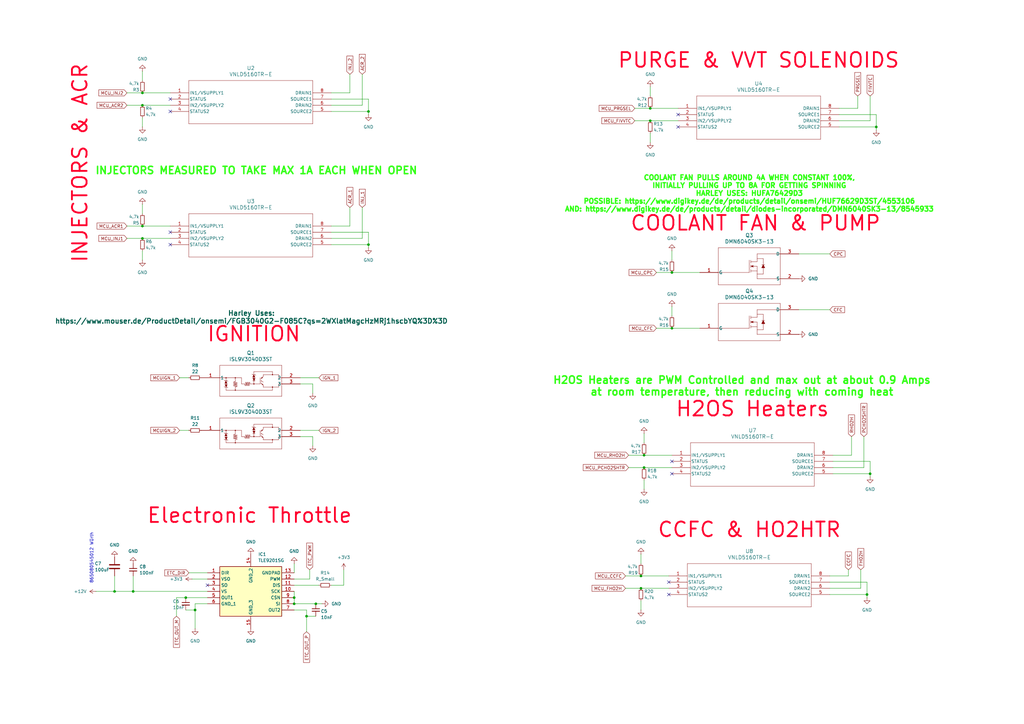
<source format=kicad_sch>
(kicad_sch (version 20231120) (generator "eeschema") (generator_version "8.0")
  (paper "A3")
  (lib_symbols
    (symbol "DMN6040SK3_13:DMN6040SK3-13" (pin_names (offset 0.254))
      (property "Reference" "Q" (at 20.32 15.24 0))
      (property "Value" "DMN6040SK3-13" (at 20.32 12.7 0))
      (symbol "DMN6040SK3-13_0_1"
        (polyline (pts (xy 7.62 -5.08) (xy 33.02 -5.08)) (stroke (width 0.127)))
        (polyline (pts (xy 7.62 0) (xy 20.32 0)) (stroke (width 0.127)))
        (polyline (pts (xy 7.62 10.16) (xy 7.62 -5.08)) (stroke (width 0.127)))
        (polyline (pts (xy 20.32 5.08) (xy 20.32 0)) (stroke (width 0.127)))
        (polyline (pts (xy 20.955 0.635) (xy 23.495 0.635)) (stroke (width 0.127)))
        (polyline (pts (xy 20.955 1.27) (xy 20.955 0)) (stroke (width 0.127)))
        (polyline (pts (xy 20.955 2.54) (xy 21.9075 2.8575)) (stroke (width 0.127)))
        (polyline (pts (xy 20.955 2.54) (xy 23.495 2.54)) (stroke (width 0.127)))
        (polyline (pts (xy 20.955 3.175) (xy 20.955 1.905)) (stroke (width 0.127)))
        (polyline (pts (xy 20.955 4.445) (xy 23.495 4.445)) (stroke (width 0.127)))
        (polyline (pts (xy 20.955 5.08) (xy 20.955 3.81)) (stroke (width 0.127)))
        (polyline (pts (xy 21.59 2.54) (xy 21.9075 2.2225)) (stroke (width 0.127)))
        (polyline (pts (xy 21.9075 2.2225) (xy 20.955 2.54)) (stroke (width 0.127)))
        (polyline (pts (xy 21.9075 2.8575) (xy 21.59 2.54)) (stroke (width 0.127)))
        (polyline (pts (xy 23.495 -0.635) (xy 26.035 -0.635)) (stroke (width 0.127)))
        (polyline (pts (xy 23.495 2.54) (xy 23.495 -2.54)) (stroke (width 0.127)))
        (polyline (pts (xy 23.495 5.715) (xy 26.035 5.715)) (stroke (width 0.127)))
        (polyline (pts (xy 23.495 7.62) (xy 23.495 4.445)) (stroke (width 0.127)))
        (polyline (pts (xy 25.4 1.905) (xy 26.035 3.175)) (stroke (width 0.127)))
        (polyline (pts (xy 25.4 1.905) (xy 26.67 1.905)) (stroke (width 0.127)))
        (polyline (pts (xy 25.4 3.175) (xy 26.67 3.175)) (stroke (width 0.127)))
        (polyline (pts (xy 26.035 3.175) (xy 26.67 1.905)) (stroke (width 0.127)))
        (polyline (pts (xy 26.035 5.715) (xy 26.035 -0.635)) (stroke (width 0.127)))
        (polyline (pts (xy 33.02 -5.08) (xy 33.02 10.16)) (stroke (width 0.127)))
        (polyline (pts (xy 33.02 -2.54) (xy 23.495 -2.54)) (stroke (width 0.127)))
        (polyline (pts (xy 33.02 7.62) (xy 23.495 7.62)) (stroke (width 0.127)))
        (polyline (pts (xy 33.02 10.16) (xy 7.62 10.16)) (stroke (width 0.127)))
        (polyline (pts (xy 26.035 3.175) (xy 25.4 1.905) (xy 26.67 1.905)) (fill (type outline)))
        (polyline (pts (xy 20.955 2.54) (xy 21.9075 2.8575) (xy 21.59 2.54) (xy 21.9075 2.2225)) (fill (type outline)))
        (pin unspecified line (at 0 0 0) (length 7.62) (name "G") (number "1"))
        (pin unspecified line (at 40.64 -2.54 180) (length 7.62) (name "S") (number "2"))
        (pin unspecified line (at 40.64 7.62 180) (length 7.62) (name "D") (number "3"))
      )
    )
    (symbol "Device:C" (pin_numbers hide) (pin_names (offset 0.254))
      (property "Reference" "C" (at 0.635 2.54 0))
      (property "Value" "C" (at 0.635 -2.54 0))
      (symbol "C_0_1"
        (polyline (pts (xy -2.032 -0.762) (xy 2.032 -0.762)) (stroke (width 0.508)))
        (polyline (pts (xy -2.032 0.762) (xy 2.032 0.762)) (stroke (width 0.508)))
      )
      (symbol "C_1_1"
        (pin passive line (at 0 3.81 270) (length 2.794) (name "~") (number "1"))
        (pin passive line (at 0 -3.81 90) (length 2.794) (name "~") (number "2"))
      )
    )
    (symbol "Device:C_Small" (pin_numbers hide) (pin_names (offset 0.254) hide)
      (property "Reference" "C" (at 0.254 1.778 0))
      (property "Value" "C_Small" (at 0.254 -2.032 0))
      (symbol "C_Small_0_1"
        (polyline (pts (xy -1.524 -0.508) (xy 1.524 -0.508)) (stroke (width 0.3302)))
        (polyline (pts (xy -1.524 0.508) (xy 1.524 0.508)) (stroke (width 0.3048)))
      )
      (symbol "C_Small_1_1"
        (pin passive line (at 0 2.54 270) (length 2.032) (name "~") (number "1"))
        (pin passive line (at 0 -2.54 90) (length 2.032) (name "~") (number "2"))
      )
    )
    (symbol "Device:R_Small" (pin_numbers hide) (pin_names (offset 0.254) hide)
      (property "Reference" "R" (at 0.762 0.508 0))
      (property "Value" "R_Small" (at 0.762 -1.016 0))
      (symbol "R_Small_0_1"
        (rectangle (start -0.762 1.778) (end 0.762 -1.778) (stroke (width 0.2032)))
      )
      (symbol "R_Small_1_1"
        (pin passive line (at 0 2.54 270) (length 0.762) (name "~") (number "1"))
        (pin passive line (at 0 -2.54 90) (length 0.762) (name "~") (number "2"))
      )
    )
    (symbol "ISL9V3040D3ST:ISL9V3040D3ST" (pin_names (offset 0.254))
      (property "Reference" "Q" (at 20.32 10.16 0))
      (property "Value" "ISL9V3040D3ST" (at 20.32 7.62 0))
      (symbol "ISL9V3040D3ST_0_1"
        (polyline (pts (xy 7.62 -7.62) (xy 33.02 -7.62)) (stroke (width 0.127)))
        (polyline (pts (xy 7.62 5.08) (xy 7.62 -7.62)) (stroke (width 0.127)))
        (polyline (pts (xy 9.652 -3.81) (xy 9.398 -3.556)) (stroke (width 0.127)))
        (polyline (pts (xy 9.652 -3.81) (xy 10.668 -3.81)) (stroke (width 0.127)))
        (polyline (pts (xy 9.652 -1.27) (xy 9.398 -1.016)) (stroke (width 0.127)))
        (polyline (pts (xy 9.652 -1.27) (xy 10.668 -1.27)) (stroke (width 0.127)))
        (polyline (pts (xy 10.16 -5.08) (xy 10.16 -3.81)) (stroke (width 0.127)))
        (polyline (pts (xy 10.16 -5.08) (xy 29.21 -5.08)) (stroke (width 0.127)))
        (polyline (pts (xy 10.16 -2.286) (xy 10.16 -2.794)) (stroke (width 0.127)))
        (polyline (pts (xy 10.16 0) (xy 10.16 -1.27)) (stroke (width 0.127)))
        (polyline (pts (xy 10.668 -3.81) (xy 10.922 -4.064)) (stroke (width 0.127)))
        (polyline (pts (xy 10.668 -1.27) (xy 10.922 -1.524)) (stroke (width 0.127)))
        (polyline (pts (xy 13.208 -3.302) (xy 14.732 -3.556)) (stroke (width 0.127)))
        (polyline (pts (xy 13.208 -2.794) (xy 14.732 -3.048)) (stroke (width 0.127)))
        (polyline (pts (xy 13.208 -2.286) (xy 14.732 -2.54)) (stroke (width 0.127)))
        (polyline (pts (xy 13.208 -1.778) (xy 14.732 -2.032)) (stroke (width 0.127)))
        (polyline (pts (xy 13.97 -3.81) (xy 13.97 -5.08)) (stroke (width 0.127)))
        (polyline (pts (xy 13.97 -1.524) (xy 13.208 -1.778)) (stroke (width 0.127)))
        (polyline (pts (xy 13.97 0) (xy 13.97 -1.524)) (stroke (width 0.127)))
        (polyline (pts (xy 14.732 -3.556) (xy 13.97 -3.81)) (stroke (width 0.127)))
        (polyline (pts (xy 14.732 -3.048) (xy 13.208 -3.302)) (stroke (width 0.127)))
        (polyline (pts (xy 14.732 -2.54) (xy 13.208 -2.794)) (stroke (width 0.127)))
        (polyline (pts (xy 14.732 -2.032) (xy 13.208 -2.286)) (stroke (width 0.127)))
        (polyline (pts (xy 16.51 -2.54) (xy 16.51 0)) (stroke (width 0.127)))
        (polyline (pts (xy 16.51 0) (xy 7.62 0)) (stroke (width 0.127)))
        (polyline (pts (xy 17.78 -2.54) (xy 16.51 -2.54)) (stroke (width 0.127)))
        (polyline (pts (xy 17.78 -2.54) (xy 18.034 -3.302)) (stroke (width 0.127)))
        (polyline (pts (xy 18.034 -3.302) (xy 18.288 -1.778)) (stroke (width 0.127)))
        (polyline (pts (xy 18.288 -1.778) (xy 18.542 -3.302)) (stroke (width 0.127)))
        (polyline (pts (xy 18.542 -3.302) (xy 18.796 -1.778)) (stroke (width 0.127)))
        (polyline (pts (xy 18.796 -1.778) (xy 19.05 -3.302)) (stroke (width 0.127)))
        (polyline (pts (xy 19.05 -3.302) (xy 19.304 -1.778)) (stroke (width 0.127)))
        (polyline (pts (xy 19.304 -1.778) (xy 19.558 -3.302)) (stroke (width 0.127)))
        (polyline (pts (xy 19.558 -3.302) (xy 19.812 -1.778)) (stroke (width 0.127)))
        (polyline (pts (xy 19.812 -1.778) (xy 20.066 -2.54)) (stroke (width 0.127)))
        (polyline (pts (xy 21.082 -1.27) (xy 22.098 -1.27)) (stroke (width 0.127)))
        (polyline (pts (xy 21.082 1.27) (xy 20.828 1.524)) (stroke (width 0.127)))
        (polyline (pts (xy 21.082 1.27) (xy 22.098 1.27)) (stroke (width 0.127)))
        (polyline (pts (xy 21.59 -2.54) (xy 21.59 -1.27)) (stroke (width 0.127)))
        (polyline (pts (xy 21.59 0.254) (xy 21.59 -0.254)) (stroke (width 0.127)))
        (polyline (pts (xy 21.59 2.54) (xy 21.59 1.27)) (stroke (width 0.127)))
        (polyline (pts (xy 22.098 1.27) (xy 22.352 1.016)) (stroke (width 0.127)))
        (polyline (pts (xy 24.13 -2.54) (xy 20.066 -2.54)) (stroke (width 0.127)))
        (polyline (pts (xy 24.13 0) (xy 24.13 -2.54)) (stroke (width 0.127)))
        (polyline (pts (xy 24.638 -2.286) (xy 25.146 -2.794)) (stroke (width 0.127)))
        (polyline (pts (xy 24.638 -2.032) (xy 24.638 -2.54)) (stroke (width 0.127)))
        (polyline (pts (xy 24.638 -1.27) (xy 25.4 -1.778)) (stroke (width 0.127)))
        (polyline (pts (xy 24.638 -1.016) (xy 24.638 -1.524)) (stroke (width 0.127)))
        (polyline (pts (xy 24.638 -0.508) (xy 24.638 0)) (stroke (width 0.127)))
        (polyline (pts (xy 24.892 0) (xy 25.4 0.508)) (stroke (width 0.127)))
        (polyline (pts (xy 25.4 -3.81) (xy 31.75 -3.81)) (stroke (width 0.127)))
        (polyline (pts (xy 25.4 -3.048) (xy 25.4 -3.81)) (stroke (width 0.127)))
        (polyline (pts (xy 25.4 1.27) (xy 25.4 0.508)) (stroke (width 0.127)))
        (polyline (pts (xy 29.21 -5.08) (xy 29.21 -3.81)) (stroke (width 0.127)))
        (polyline (pts (xy 29.21 1.27) (xy 29.21 2.54)) (stroke (width 0.127)))
        (polyline (pts (xy 29.21 2.54) (xy 21.59 2.54)) (stroke (width 0.127)))
        (polyline (pts (xy 31.75 -3.81) (xy 31.75 -2.54)) (stroke (width 0.127)))
        (polyline (pts (xy 31.75 -2.54) (xy 33.02 -2.54)) (stroke (width 0.127)))
        (polyline (pts (xy 31.75 0) (xy 31.75 1.27)) (stroke (width 0.127)))
        (polyline (pts (xy 31.75 1.27) (xy 25.4 1.27)) (stroke (width 0.127)))
        (polyline (pts (xy 33.02 -7.62) (xy 33.02 5.08)) (stroke (width 0.127)))
        (polyline (pts (xy 33.02 0) (xy 31.75 0)) (stroke (width 0.127)))
        (polyline (pts (xy 33.02 5.08) (xy 7.62 5.08)) (stroke (width 0.127)))
        (polyline (pts (xy 10.16 -3.81) (xy 10.668 -2.794) (xy 9.652 -2.794)) (fill (type outline)))
        (polyline (pts (xy 10.16 -1.27) (xy 9.652 -2.286) (xy 10.668 -2.286)) (fill (type outline)))
        (polyline (pts (xy 21.59 -1.27) (xy 22.098 -0.254) (xy 21.082 -0.254)) (fill (type outline)))
        (polyline (pts (xy 21.59 1.27) (xy 21.082 0.254) (xy 22.098 0.254)) (fill (type outline)))
        (polyline (pts (xy 24.638 -0.254) (xy 25.146 0) (xy 24.892 0.254)) (fill (type outline)))
        (polyline (pts (xy 25.4 -3.048) (xy 25.146 -2.54) (xy 24.892 -2.794)) (fill (type outline)))
        (circle (center 10.16 0) (radius 0.127) (stroke (width 0.254)))
        (circle (center 13.97 -5.08) (radius 0.127) (stroke (width 0.254)))
        (circle (center 13.97 0) (radius 0.127) (stroke (width 0.254)))
        (circle (center 21.59 -2.54) (radius 0.127) (stroke (width 0.254)))
        (circle (center 29.21 -3.81) (radius 0.127) (stroke (width 0.254)))
        (circle (center 29.21 1.27) (radius 0.127) (stroke (width 0.254)))
        (pin unspecified line (at 0 0 0) (length 7.62) (name "1") (number "1"))
        (pin unspecified line (at 40.64 0 180) (length 7.62) (name "2") (number "2"))
        (pin unspecified line (at 40.64 -2.54 180) (length 7.62) (name "3") (number "3"))
      )
    )
    (symbol "TLE9201SG:TLE9201SG"
      (property "Reference" "IC" (at 26.67 17.78 0))
      (property "Value" "TLE9201SG" (at 26.67 15.24 0))
      (symbol "TLE9201SG_1_1"
        (rectangle (start 5.08 12.7) (end 25.4 -12.7) (stroke (width 0.254)) (fill (type background)))
        (pin passive line (at 7.62 -17.78 90) (length 5.08) (name "DIR") (number "1"))
        (pin passive line (at 15.24 17.78 270) (length 5.08) (name "SCK") (number "10"))
        (pin passive line (at 12.7 17.78 270) (length 5.08) (name "DIS") (number "11"))
        (pin passive line (at 10.16 17.78 270) (length 5.08) (name "PWM") (number "12"))
        (pin passive line (at 7.62 17.78 270) (length 5.08) (name "GNDPAD") (number "13"))
        (pin passive line (at 0 0 0) (length 5.08) (name "GND_2") (number "14"))
        (pin passive line (at 30.48 0 180) (length 5.08) (name "GND_3") (number "15"))
        (pin passive line (at 10.16 -17.78 90) (length 5.08) (name "VSO") (number "2"))
        (pin passive line (at 12.7 -17.78 90) (length 5.08) (name "SO") (number "3"))
        (pin passive line (at 15.24 -17.78 90) (length 5.08) (name "VS") (number "4"))
        (pin passive line (at 17.78 -17.78 90) (length 5.08) (name "OUT1") (number "5"))
        (pin passive line (at 20.32 -17.78 90) (length 5.08) (name "GND_1") (number "6"))
        (pin passive line (at 22.86 17.78 270) (length 5.08) (name "OUT2") (number "7"))
        (pin passive line (at 20.32 17.78 270) (length 5.08) (name "SI") (number "8"))
        (pin passive line (at 17.78 17.78 270) (length 5.08) (name "CSN") (number "9"))
      )
    )
    (symbol "VNLD5160TR-E:VNLD5160TR-E" (pin_names (offset 0.254))
      (property "Reference" "U" (at 33.02 10.16 0))
      (property "Value" "VNLD5160TR-E" (at 33.02 7.62 0))
      (symbol "VNLD5160TR-E_0_1"
        (polyline (pts (xy 7.62 -12.7) (xy 58.42 -12.7)) (stroke (width 0.127)))
        (polyline (pts (xy 7.62 5.08) (xy 7.62 -12.7)) (stroke (width 0.127)))
        (polyline (pts (xy 58.42 -12.7) (xy 58.42 5.08)) (stroke (width 0.127)))
        (polyline (pts (xy 58.42 5.08) (xy 7.62 5.08)) (stroke (width 0.127)))
        (pin input line (at 0 0 0) (length 7.62) (name "IN1/VSUPPLY1") (number "1"))
        (pin unspecified line (at 0 -2.54 0) (length 7.62) (name "STATUS") (number "2"))
        (pin input line (at 0 -5.08 0) (length 7.62) (name "IN2/VSUPPLY2") (number "3"))
        (pin unspecified line (at 0 -7.62 0) (length 7.62) (name "STATUS2") (number "4"))
        (pin bidirectional line (at 66.04 -7.62 180) (length 7.62) (name "SOURCE2") (number "5"))
        (pin input line (at 66.04 -5.08 180) (length 7.62) (name "DRAIN2") (number "6"))
        (pin bidirectional line (at 66.04 -2.54 180) (length 7.62) (name "SOURCE1") (number "7"))
        (pin input line (at 66.04 0 180) (length 7.62) (name "DRAIN1") (number "8"))
      )
    )
    (symbol "power:+12V" (power) (pin_numbers hide) (pin_names (offset 0) hide)
      (property "Value" "+12V" (at 0 3.556 0))
      (symbol "+12V_0_1"
        (polyline (pts (xy -0.762 1.27) (xy 0 2.54)))
        (polyline (pts (xy 0 0) (xy 0 2.54)))
        (polyline (pts (xy 0 2.54) (xy 0.762 1.27)))
      )
      (symbol "+12V_1_1"
        (pin power_in line (at 0 0 90) (length 0) (name "~") (number "1"))
      )
    )
    (symbol "power:+3V3" (power) (pin_numbers hide) (pin_names (offset 0) hide)
      (property "Value" "+3V3" (at 0 3.556 0))
      (symbol "+3V3_0_1"
        (polyline (pts (xy -0.762 1.27) (xy 0 2.54)))
        (polyline (pts (xy 0 0) (xy 0 2.54)))
        (polyline (pts (xy 0 2.54) (xy 0.762 1.27)))
      )
      (symbol "+3V3_1_1"
        (pin power_in line (at 0 0 90) (length 0) (name "~") (number "1"))
      )
    )
    (symbol "power:GND" (power) (pin_numbers hide) (pin_names (offset 0) hide)
      (property "Value" "GND" (at 0 -3.81 0))
      (symbol "GND_0_1"
        (polyline (pts (xy 0 0) (xy 0 -1.27) (xy 1.27 -1.27) (xy 0 -2.54) (xy -1.27 -1.27) (xy 0 -1.27)))
      )
      (symbol "GND_1_1"
        (pin power_in line (at 0 0 270) (length 0) (name "~") (number "1"))
      )
    )
  )
  (junction (at 54.61 242.57))
  (junction (at 46.99 242.57))
  (junction (at 266.7 49.53))
  (junction (at 80.01 250.19))
  (junction (at 264.16 186.69))
  (junction (at 125.73 252.73))
  (junction (at 355.6 243.84))
  (junction (at 275.59 111.76))
  (junction (at 262.89 241.3))
  (junction (at 120.65 245.11))
  (junction (at 266.7 44.45))
  (junction (at 58.42 38.1))
  (junction (at 264.16 191.77))
  (junction (at 76.2 245.11))
  (junction (at 120.65 247.65))
  (junction (at 262.89 236.22))
  (junction (at 356.87 194.31))
  (junction (at 58.42 92.71))
  (junction (at 151.13 100.33))
  (junction (at 151.13 45.72))
  (junction (at 275.59 134.62))
  (junction (at 129.54 247.65))
  (junction (at 359.41 52.07))
  (junction (at 58.42 97.79))
  (junction (at 58.42 43.18))
  (no_connect (at 278.13 46.99))
  (no_connect (at 69.85 40.64))
  (no_connect (at 274.32 243.84))
  (no_connect (at 69.85 100.33))
  (no_connect (at 274.32 238.76))
  (no_connect (at 85.09 240.03))
  (no_connect (at 275.59 194.31))
  (no_connect (at 69.85 45.72))
  (no_connect (at 275.59 189.23))
  (no_connect (at 278.13 52.07))
  (no_connect (at 69.85 95.25))
  (wire (pts (xy 340.36 236.22) (xy 347.98 236.22)))
  (wire (pts (xy 327.66 127) (xy 340.36 127)))
  (wire (pts (xy 260.35 49.53) (xy 266.7 49.53)))
  (wire (pts (xy 264.16 196.85) (xy 264.16 200.66)))
  (wire (pts (xy 341.63 191.77) (xy 354.33 191.77)))
  (wire (pts (xy 260.35 44.45) (xy 266.7 44.45)))
  (wire (pts (xy 135.89 43.18) (xy 148.59 43.18)))
  (wire (pts (xy 128.27 157.48) (xy 128.27 161.29)))
  (wire (pts (xy 341.63 194.31) (xy 356.87 194.31)))
  (wire (pts (xy 275.59 129.54) (xy 275.59 125.73)))
  (wire (pts (xy 80.01 250.19) (xy 80.01 257.81)))
  (wire (pts (xy 266.7 54.61) (xy 266.7 58.42)))
  (wire (pts (xy 52.07 43.18) (xy 58.42 43.18)))
  (wire (pts (xy 275.59 111.76) (xy 287.02 111.76)))
  (wire (pts (xy 275.59 134.62) (xy 287.02 134.62)))
  (wire (pts (xy 85.09 247.65) (xy 80.01 247.65)))
  (wire (pts (xy 266.7 44.45) (xy 278.13 44.45)))
  (wire (pts (xy 148.59 85.09) (xy 148.59 97.79)))
  (wire (pts (xy 354.33 179.07) (xy 354.33 191.77)))
  (wire (pts (xy 46.99 242.57) (xy 54.61 242.57)))
  (wire (pts (xy 135.89 38.1) (xy 143.51 38.1)))
  (wire (pts (xy 125.73 252.73) (xy 129.54 252.73)))
  (wire (pts (xy 135.89 97.79) (xy 148.59 97.79)))
  (wire (pts (xy 58.42 102.87) (xy 58.42 106.68)))
  (wire (pts (xy 262.89 246.38) (xy 262.89 250.19)))
  (wire (pts (xy 120.65 245.11) (xy 120.65 247.65)))
  (wire (pts (xy 58.42 38.1) (xy 69.85 38.1)))
  (wire (pts (xy 148.59 30.48) (xy 148.59 43.18)))
  (wire (pts (xy 135.89 240.03) (xy 140.97 240.03)))
  (wire (pts (xy 58.42 92.71) (xy 69.85 92.71)))
  (wire (pts (xy 80.01 247.65) (xy 80.01 250.19)))
  (wire (pts (xy 359.41 52.07) (xy 359.41 53.34)))
  (wire (pts (xy 344.17 49.53) (xy 356.87 49.53)))
  (wire (pts (xy 76.2 245.11) (xy 85.09 245.11)))
  (wire (pts (xy 135.89 100.33) (xy 151.13 100.33)))
  (wire (pts (xy 351.79 39.37) (xy 351.79 44.45)))
  (wire (pts (xy 264.16 181.61) (xy 264.16 177.8)))
  (wire (pts (xy 257.81 191.77) (xy 264.16 191.77)))
  (wire (pts (xy 120.65 242.57) (xy 120.65 245.11)))
  (wire (pts (xy 127 233.68) (xy 127 237.49)))
  (wire (pts (xy 58.42 87.63) (xy 58.42 83.82)))
  (wire (pts (xy 73.66 176.53) (xy 77.47 176.53)))
  (wire (pts (xy 54.61 236.22) (xy 54.61 242.57)))
  (wire (pts (xy 46.99 236.22) (xy 46.99 242.57)))
  (wire (pts (xy 347.98 233.68) (xy 347.98 236.22)))
  (wire (pts (xy 72.39 245.11) (xy 76.2 245.11)))
  (wire (pts (xy 340.36 241.3) (xy 353.06 241.3)))
  (wire (pts (xy 264.16 191.77) (xy 275.59 191.77)))
  (wire (pts (xy 123.19 176.53) (xy 130.81 176.53)))
  (wire (pts (xy 120.65 250.19) (xy 125.73 250.19)))
  (wire (pts (xy 349.25 179.07) (xy 349.25 186.69)))
  (wire (pts (xy 262.89 236.22) (xy 274.32 236.22)))
  (wire (pts (xy 151.13 45.72) (xy 151.13 46.99)))
  (wire (pts (xy 344.17 52.07) (xy 359.41 52.07)))
  (wire (pts (xy 355.6 238.76) (xy 355.6 243.84)))
  (wire (pts (xy 344.17 46.99) (xy 359.41 46.99)))
  (wire (pts (xy 123.19 154.94) (xy 130.81 154.94)))
  (wire (pts (xy 52.07 38.1) (xy 58.42 38.1)))
  (wire (pts (xy 129.54 247.65) (xy 132.08 247.65)))
  (wire (pts (xy 58.42 33.02) (xy 58.42 29.21)))
  (wire (pts (xy 52.07 92.71) (xy 58.42 92.71)))
  (wire (pts (xy 85.09 234.95) (xy 77.47 234.95)))
  (wire (pts (xy 73.66 154.94) (xy 77.47 154.94)))
  (wire (pts (xy 269.24 134.62) (xy 275.59 134.62)))
  (wire (pts (xy 54.61 242.57) (xy 85.09 242.57)))
  (wire (pts (xy 341.63 189.23) (xy 356.87 189.23)))
  (wire (pts (xy 266.7 49.53) (xy 278.13 49.53)))
  (wire (pts (xy 135.89 92.71) (xy 143.51 92.71)))
  (wire (pts (xy 52.07 97.79) (xy 58.42 97.79)))
  (wire (pts (xy 123.19 179.07) (xy 128.27 179.07)))
  (wire (pts (xy 127 237.49) (xy 120.65 237.49)))
  (wire (pts (xy 266.7 39.37) (xy 266.7 35.56)))
  (wire (pts (xy 143.51 85.09) (xy 143.51 92.71)))
  (wire (pts (xy 58.42 97.79) (xy 69.85 97.79)))
  (wire (pts (xy 359.41 46.99) (xy 359.41 52.07)))
  (wire (pts (xy 78.74 237.49) (xy 85.09 237.49)))
  (wire (pts (xy 39.37 242.57) (xy 46.99 242.57)))
  (wire (pts (xy 344.17 44.45) (xy 351.79 44.45)))
  (wire (pts (xy 356.87 189.23) (xy 356.87 194.31)))
  (wire (pts (xy 76.2 250.19) (xy 80.01 250.19)))
  (wire (pts (xy 123.19 157.48) (xy 128.27 157.48)))
  (wire (pts (xy 151.13 40.64) (xy 151.13 45.72)))
  (wire (pts (xy 120.65 240.03) (xy 130.81 240.03)))
  (wire (pts (xy 356.87 194.31) (xy 356.87 195.58)))
  (wire (pts (xy 120.65 247.65) (xy 129.54 247.65)))
  (wire (pts (xy 275.59 106.68) (xy 275.59 102.87)))
  (wire (pts (xy 256.54 236.22) (xy 262.89 236.22)))
  (wire (pts (xy 264.16 186.69) (xy 275.59 186.69)))
  (wire (pts (xy 135.89 45.72) (xy 151.13 45.72)))
  (wire (pts (xy 125.73 259.08) (xy 125.73 252.73)))
  (wire (pts (xy 355.6 243.84) (xy 355.6 245.11)))
  (wire (pts (xy 353.06 233.68) (xy 353.06 241.3)))
  (wire (pts (xy 269.24 111.76) (xy 275.59 111.76)))
  (wire (pts (xy 125.73 252.73) (xy 125.73 250.19)))
  (wire (pts (xy 72.39 252.73) (xy 72.39 245.11)))
  (wire (pts (xy 135.89 95.25) (xy 151.13 95.25)))
  (wire (pts (xy 135.89 40.64) (xy 151.13 40.64)))
  (wire (pts (xy 340.36 243.84) (xy 355.6 243.84)))
  (wire (pts (xy 151.13 95.25) (xy 151.13 100.33)))
  (wire (pts (xy 120.65 231.14) (xy 120.65 234.95)))
  (wire (pts (xy 327.66 104.14) (xy 340.36 104.14)))
  (wire (pts (xy 262.89 241.3) (xy 274.32 241.3)))
  (wire (pts (xy 340.36 238.76) (xy 355.6 238.76)))
  (wire (pts (xy 143.51 30.48) (xy 143.51 38.1)))
  (wire (pts (xy 140.97 233.68) (xy 140.97 240.03)))
  (wire (pts (xy 256.54 241.3) (xy 262.89 241.3)))
  (wire (pts (xy 58.42 43.18) (xy 69.85 43.18)))
  (wire (pts (xy 356.87 39.37) (xy 356.87 49.53)))
  (wire (pts (xy 257.81 186.69) (xy 264.16 186.69)))
  (wire (pts (xy 151.13 100.33) (xy 151.13 101.6)))
  (wire (pts (xy 262.89 231.14) (xy 262.89 227.33)))
  (wire (pts (xy 341.63 186.69) (xy 349.25 186.69)))
  (wire (pts (xy 128.27 179.07) (xy 128.27 182.88)))
  (wire (pts (xy 58.42 48.26) (xy 58.42 52.07)))
  (text "COOLANT FAN PULLS AROUND 4A WHEN CONSTANT 100%,\nINITIALLY PULLING UP TO 8A FOR GETTING SPINNING\nHARLEY USES: HUFA76429D3\nPOSSIBLE: https://www.digikey.de/de/products/detail/onsemi/HUF76629D3ST/4553106\nAND: https://www.digikey.de/de/products/detail/diodes-incorporated/DMN6040SK3-13/8545933" (at 307.34 79.502 0) (effects (font (size 2 2) (thickness 0.6) (bold yes))))
  (text "PURGE & VVT SOLENOIDS" (at 311.15 24.892 0) (effects (font (size 6 6) (thickness 0.75))))
  (text "INJECTORS & ACR" (at 32.766 67.056 90) (effects (font (size 6 6) (thickness 0.75))))
  (text "INJECTORS MEASURED TO TAKE MAX 1A EACH WHEN OPEN" (at 105.156 70.104 0) (effects (font (size 3 3) (thickness 0.6) (bold yes))))
  (text "H2OS Heaters are PWM Controlled and max out at about 0.9 Amps\nat room temperature, then reducing with coming heat" (at 304.292 158.496 0) (effects (font (size 3 3) (thickness 0.6) (bold yes))))
  (text "Harley Uses:\nhttps://www.mouser.de/ProductDetail/onsemi/FGB3040G2-F085C?qs=2WXlatMagcHzMRj1hscbYQ%3D%3D" (at 103.124 130.302 0) (effects (font (size 2 2) (thickness 0.4) (bold yes))))
  (text "865080545012 Würth" (at 37.592 228.854 90) (effects (font (size 1.27 1.27))))
  (text "COOLANT FAN & PUMP" (at 309.88 91.694 0) (effects (font (size 6 6) (thickness 0.75))))
  (text "IGNITION" (at 104.14 137.16 0) (effects (font (size 6 6) (thickness 0.75))))
  (text "Electronic Throttle" (at 102.362 211.582 0) (effects (font (size 6 6) (thickness 0.75))))
  (text "CCFC & HO2HTR" (at 307.34 217.424 0) (effects (font (size 6 6) (thickness 0.75))))
  (text "H2OS Heaters" (at 308.61 167.894 0) (effects (font (size 6 6) (thickness 0.75))))
  (global_label "MCU_CFC" (shape input) (at 269.24 134.62 180) (property "Intersheetrefs" "${INTERSHEET_REFS}" (effects (hide yes))))
  (global_label "MCU_RHO2H" (shape input) (at 257.81 186.69 180) (property "Intersheetrefs" "${INTERSHEET_REFS}" (effects (hide yes))))
  (global_label "MCU_ACR2" (shape input) (at 52.07 43.18 180) (property "Intersheetrefs" "${INTERSHEET_REFS}" (effects (hide yes))))
  (global_label "ACR_2" (shape input) (at 148.59 30.48 90) (property "Intersheetrefs" "${INTERSHEET_REFS}" (effects (hide yes))))
  (global_label "MCU_FHO2H" (shape input) (at 256.54 241.3 180) (property "Intersheetrefs" "${INTERSHEET_REFS}" (effects (hide yes))))
  (global_label "MCU_INJ2" (shape input) (at 52.07 38.1 180) (property "Intersheetrefs" "${INTERSHEET_REFS}" (effects (hide yes))))
  (global_label "PRGSEL" (shape input) (at 351.79 39.37 90) (property "Intersheetrefs" "${INTERSHEET_REFS}" (effects (hide yes))))
  (global_label "ETC_DIR" (shape input) (at 77.47 234.95 180) (property "Intersheetrefs" "${INTERSHEET_REFS}" (effects (hide yes))))
  (global_label "MCUIGN_1" (shape input) (at 73.66 154.94 180) (property "Intersheetrefs" "${INTERSHEET_REFS}" (effects (hide yes))))
  (global_label "MCU_FIVVTC" (shape input) (at 260.35 49.53 180) (property "Intersheetrefs" "${INTERSHEET_REFS}" (effects (hide yes))))
  (global_label "ETC_PWM" (shape input) (at 127 233.68 90) (property "Intersheetrefs" "${INTERSHEET_REFS}" (effects (hide yes))))
  (global_label "MCU_CPC" (shape input) (at 269.24 111.76 180) (property "Intersheetrefs" "${INTERSHEET_REFS}" (effects (hide yes))))
  (global_label "FHO2H" (shape input) (at 353.06 233.68 90) (property "Intersheetrefs" "${INTERSHEET_REFS}" (effects (hide yes))))
  (global_label "RHO2H" (shape input) (at 349.25 179.07 90) (property "Intersheetrefs" "${INTERSHEET_REFS}" (effects (hide yes))))
  (global_label "PCHO2SHTR" (shape input) (at 354.33 179.07 90) (property "Intersheetrefs" "${INTERSHEET_REFS}" (effects (hide yes))))
  (global_label "INJ_2" (shape input) (at 143.51 30.48 90) (property "Intersheetrefs" "${INTERSHEET_REFS}" (effects (hide yes))))
  (global_label "IGN_2" (shape input) (at 130.81 176.53 0) (property "Intersheetrefs" "${INTERSHEET_REFS}" (effects (hide yes))))
  (global_label "MCU_PCHO2SHTR" (shape input) (at 257.81 191.77 180) (property "Intersheetrefs" "${INTERSHEET_REFS}" (effects (hide yes))))
  (global_label "FIVVTC" (shape input) (at 356.87 39.37 90) (property "Intersheetrefs" "${INTERSHEET_REFS}" (effects (hide yes))))
  (global_label "MCU_CCFC" (shape input) (at 256.54 236.22 180) (property "Intersheetrefs" "${INTERSHEET_REFS}" (effects (hide yes))))
  (global_label "ACR_1" (shape input) (at 143.51 85.09 90) (property "Intersheetrefs" "${INTERSHEET_REFS}" (effects (hide yes))))
  (global_label "MCUIGN_2" (shape input) (at 73.66 176.53 180) (property "Intersheetrefs" "${INTERSHEET_REFS}" (effects (hide yes))))
  (global_label "MCU_ACR1" (shape input) (at 52.07 92.71 180) (property "Intersheetrefs" "${INTERSHEET_REFS}" (effects (hide yes))))
  (global_label "ETC_OUT_M" (shape input) (at 72.39 252.73 270) (property "Intersheetrefs" "${INTERSHEET_REFS}" (effects (hide yes))))
  (global_label "IGN_1" (shape input) (at 130.81 154.94 0) (property "Intersheetrefs" "${INTERSHEET_REFS}" (effects (hide yes))))
  (global_label "CCFC" (shape input) (at 347.98 233.68 90) (property "Intersheetrefs" "${INTERSHEET_REFS}" (effects (hide yes))))
  (global_label "MCU_PRGSEL" (shape input) (at 260.35 44.45 180) (property "Intersheetrefs" "${INTERSHEET_REFS}" (effects (hide yes))))
  (global_label "INJ_1" (shape input) (at 148.59 85.09 90) (property "Intersheetrefs" "${INTERSHEET_REFS}" (effects (hide yes))))
  (global_label "ETC_OUT_P" (shape input) (at 125.73 259.08 270) (property "Intersheetrefs" "${INTERSHEET_REFS}" (effects (hide yes))))
  (global_label "CPC" (shape input) (at 340.36 104.14 0) (property "Intersheetrefs" "${INTERSHEET_REFS}" (effects (hide yes))))
  (global_label "MCU_INJ1" (shape input) (at 52.07 97.79 180) (property "Intersheetrefs" "${INTERSHEET_REFS}" (effects (hide yes))))
  (global_label "CFC" (shape input) (at 340.36 127 0) (property "Intersheetrefs" "${INTERSHEET_REFS}" (effects (hide yes))))
  (symbol (lib_id "power:GND") (at 262.89 227.33 180) (unit 1)
    (property "Reference" "#PWR068" (effects (hide yes)))
    (property "Value" "GND" (at 262.89 222.25 0))
    (property "Description" "Power symbol creates a global label with name \"GND\" , ground" (effects (hide yes)))
  )
  (symbol (lib_id "Device:C") (at 46.99 232.41 0) (unit 1)
    (property "Reference" "C7" (at 38.862 231.14 0) (effects (justify left)))
    (property "Value" "100uF" (at 38.862 233.68 0) (effects (justify left)))
    (property "Footprint" "Capacitor_SMD:C_Elec_6.3x5.8" (effects (hide yes)))
    (property "Description" "Unpolarized capacitor" (effects (hide yes)))
  )
  (symbol (lib_id "Device:R_Small") (at 80.01 176.53 90) (unit 1)
    (property "Reference" "R11" (at 80.01 171.45 90))
    (property "Value" "22" (at 80.01 173.99 90))
    (property "Footprint" "Resistor_SMD:R_0603_1608Metric" (effects (hide yes)))
    (property "Description" "Resistor, small symbol" (effects (hide yes)))
  )
  (symbol (lib_id "power:GND") (at 151.13 46.99 0) (unit 1)
    (property "Reference" "#PWR028" (effects (hide yes)))
    (property "Value" "GND" (at 151.13 52.07 0))
    (property "Description" "Power symbol creates a global label with name \"GND\" , ground" (effects (hide yes)))
  )
  (symbol (lib_id "power:+3V3") (at 78.74 237.49 90) (unit 1)
    (property "Reference" "#PWR054" (effects (hide yes)))
    (property "Value" "+3V3" (at 74.93 237.4899 90) (effects (justify left)))
    (property "Description" "Power symbol creates a global label with name \"+3V3\"" (effects (hide yes)))
  )
  (symbol (lib_id "VNLD5160TR-E:VNLD5160TR-E") (at 274.32 236.22 0) (unit 1)
    (property "Reference" "U8" (at 307.34 226.06 0) (effects (font (size 1.524 1.524))))
    (property "Value" "VNLD5160TR-E" (at 307.34 228.6 0) (effects (font (size 1.524 1.524))))
    (property "Footprint" "VNLD5160TR-E:SO_160TR-E_STM" (effects (hide yes)))
    (property "Datasheet" "VNLD5160TR-E" (effects (hide yes)))
  )
  (symbol (lib_id "power:GND") (at 264.16 177.8 180) (unit 1)
    (property "Reference" "#PWR047" (effects (hide yes)))
    (property "Value" "GND" (at 264.16 172.72 0))
    (property "Description" "Power symbol creates a global label with name \"GND\" , ground" (effects (hide yes)))
  )
  (symbol (lib_id "power:+3V3") (at 140.97 233.68 0) (unit 1)
    (property "Reference" "#PWR056" (effects (hide yes)))
    (property "Value" "+3V3" (at 140.97 228.6 0))
    (property "Description" "Power symbol creates a global label with name \"+3V3\"" (effects (hide yes)))
  )
  (symbol (lib_id "power:GND") (at 151.13 101.6 0) (unit 1)
    (property "Reference" "#PWR029" (effects (hide yes)))
    (property "Value" "GND" (at 151.13 106.68 0))
    (property "Description" "Power symbol creates a global label with name \"GND\" , ground" (effects (hide yes)))
  )
  (symbol (lib_id "power:GND") (at 58.42 29.21 180) (unit 1)
    (property "Reference" "#PWR026" (effects (hide yes)))
    (property "Value" "GND" (at 58.42 24.13 0))
    (property "Description" "Power symbol creates a global label with name \"GND\" , ground" (effects (hide yes)))
  )
  (symbol (lib_id "TLE9201SG:TLE9201SG") (at 102.87 227.33 270) (unit 1)
    (property "Reference" "IC1" (at 105.8865 227.33 90) (effects (justify left)))
    (property "Value" "TLE9201SG" (at 105.8865 229.87 90) (effects (justify left)))
    (property "Footprint" "TLE9201SG:TLE9201SG" (effects (hide yes)))
    (property "Datasheet" "https://www.infineon.com/cms/en/product/packages/PG-DSO/PG-DSO-12-17/" (effects (hide yes)))
    (property "Description" "Infineon TLE9201SG, BLDC Motor Driver IC, 28 V 6A 12-Pin, DSO-12-17" (effects (hide yes)))
    (property "Height" "2.65" (effects (hide yes)))
    (property "Mouser Part Number" "726-TLE9201SG" (effects (hide yes)))
    (property "Mouser Price/Stock" "https://www.mouser.co.uk/ProductDetail/Infineon-Technologies/TLE9201SG?qs=vPP9GyyTAo0adzx32c44wA%3D%3D" (effects (hide yes)))
    (property "Manufacturer_Name" "Infineon" (effects (hide yes)))
    (property "Manufacturer_Part_Number" "TLE9201SG" (effects (hide yes)))
  )
  (symbol (lib_id "power:GND") (at 132.08 247.65 90) (unit 1)
    (property "Reference" "#PWR055" (effects (hide yes)))
    (property "Value" "GND" (at 135.89 247.6499 90) (effects (justify right)))
    (property "Description" "Power symbol creates a global label with name \"GND\" , ground" (effects (hide yes)))
  )
  (symbol (lib_id "power:GND") (at 120.65 231.14 180) (unit 1)
    (property "Reference" "#PWR073" (effects (hide yes)))
    (property "Value" "GND" (at 120.65 226.06 0))
    (property "Description" "Power symbol creates a global label with name \"GND\" , ground" (effects (hide yes)))
  )
  (symbol (lib_id "Device:R_Small") (at 262.89 243.84 0) (unit 1)
    (property "Reference" "R20" (at 264.16 242.57 0) (effects (justify left)))
    (property "Value" "4.7k" (at 264.16 245.11 0) (effects (justify left)))
    (property "Footprint" "Resistor_SMD:R_0402_1005Metric" (effects (hide yes)))
    (property "Description" "Resistor, small symbol" (effects (hide yes)))
  )
  (symbol (lib_id "DMN6040SK3_13:DMN6040SK3-13") (at 287.02 134.62 0) (unit 1)
    (property "Reference" "Q4" (at 307.34 119.38 0) (effects (font (size 1.524 1.524))))
    (property "Value" "DMN6040SK3-13" (at 307.34 121.92 0) (effects (font (size 1.524 1.524))))
    (property "Footprint" "DMN6040SK3_13:D-PAK_DMN6040SK3-13_DIO" (effects (hide yes)))
    (property "Datasheet" "DMN6040SK3-13" (effects (hide yes)))
  )
  (symbol (lib_id "Device:R_Small") (at 58.42 90.17 180) (unit 1)
    (property "Reference" "R5" (at 57.15 91.44 0) (effects (justify left)))
    (property "Value" "4.7k" (at 57.15 88.9 0) (effects (justify left)))
    (property "Footprint" "Resistor_SMD:R_0402_1005Metric" (effects (hide yes)))
    (property "Description" "Resistor, small symbol" (effects (hide yes)))
  )
  (symbol (lib_id "Device:R_Small") (at 58.42 45.72 0) (unit 1)
    (property "Reference" "R4" (at 59.69 44.45 0) (effects (justify left)))
    (property "Value" "4.7k" (at 59.69 46.99 0) (effects (justify left)))
    (property "Footprint" "Resistor_SMD:R_0402_1005Metric" (effects (hide yes)))
    (property "Description" "Resistor, small symbol" (effects (hide yes)))
  )
  (symbol (lib_id "power:GND") (at 275.59 102.87 180) (unit 1)
    (property "Reference" "#PWR064" (effects (hide yes)))
    (property "Value" "GND" (at 275.59 97.79 0))
    (property "Description" "Power symbol creates a global label with name \"GND\" , ground" (effects (hide yes)))
  )
  (symbol (lib_id "Device:R_Small") (at 266.7 52.07 0) (unit 1)
    (property "Reference" "R13" (at 267.97 50.8 0) (effects (justify left)))
    (property "Value" "4.7k" (at 267.97 53.34 0) (effects (justify left)))
    (property "Footprint" "Resistor_SMD:R_0402_1005Metric" (effects (hide yes)))
    (property "Description" "Resistor, small symbol" (effects (hide yes)))
  )
  (symbol (lib_id "power:GND") (at 58.42 52.07 0) (unit 1)
    (property "Reference" "#PWR027" (effects (hide yes)))
    (property "Value" "GND" (at 58.42 57.15 0))
    (property "Description" "Power symbol creates a global label with name \"GND\" , ground" (effects (hide yes)))
  )
  (symbol (lib_id "power:GND") (at 355.6 245.11 0) (unit 1)
    (property "Reference" "#PWR070" (effects (hide yes)))
    (property "Value" "GND" (at 355.6 250.19 0))
    (property "Description" "Power symbol creates a global label with name \"GND\" , ground" (effects (hide yes)))
  )
  (symbol (lib_id "power:GND") (at 102.87 257.81 0) (unit 1)
    (property "Reference" "#PWR072" (effects (hide yes)))
    (property "Value" "GND" (at 102.87 262.89 0))
    (property "Description" "Power symbol creates a global label with name \"GND\" , ground" (effects (hide yes)))
  )
  (symbol (lib_id "Device:R_Small") (at 58.42 100.33 0) (unit 1)
    (property "Reference" "R6" (at 59.69 99.06 0) (effects (justify left)))
    (property "Value" "4.7k" (at 59.69 101.6 0) (effects (justify left)))
    (property "Footprint" "Resistor_SMD:R_0402_1005Metric" (effects (hide yes)))
    (property "Description" "Resistor, small symbol" (effects (hide yes)))
  )
  (symbol (lib_id "power:GND") (at 128.27 182.88 0) (unit 1)
    (property "Reference" "#PWR042" (effects (hide yes)))
    (property "Value" "GND" (at 128.27 187.96 0))
    (property "Description" "Power symbol creates a global label with name \"GND\" , ground" (effects (hide yes)))
  )
  (symbol (lib_id "Device:R_Small") (at 264.16 184.15 180) (unit 1)
    (property "Reference" "R17" (at 262.89 185.42 0) (effects (justify left)))
    (property "Value" "4.7k" (at 262.89 182.88 0) (effects (justify left)))
    (property "Footprint" "Resistor_SMD:R_0402_1005Metric" (effects (hide yes)))
    (property "Description" "Resistor, small symbol" (effects (hide yes)))
  )
  (symbol (lib_id "power:GND") (at 275.59 125.73 180) (unit 1)
    (property "Reference" "#PWR065" (effects (hide yes)))
    (property "Value" "GND" (at 275.59 120.65 0))
    (property "Description" "Power symbol creates a global label with name \"GND\" , ground" (effects (hide yes)))
  )
  (symbol (lib_id "VNLD5160TR-E:VNLD5160TR-E") (at 275.59 186.69 0) (unit 1)
    (property "Reference" "U7" (at 308.61 176.53 0) (effects (font (size 1.524 1.524))))
    (property "Value" "VNLD5160TR-E" (at 308.61 179.07 0) (effects (font (size 1.524 1.524))))
    (property "Footprint" "VNLD5160TR-E:SO_160TR-E_STM" (effects (hide yes)))
    (property "Datasheet" "VNLD5160TR-E" (effects (hide yes)))
  )
  (symbol (lib_id "Device:C_Small") (at 54.61 233.68 0) (unit 1)
    (property "Reference" "C8" (at 57.15 232.4162 0) (effects (justify left)))
    (property "Value" "100nF" (at 57.15 234.9562 0) (effects (justify left)))
    (property "Footprint" "Capacitor_SMD:C_0603_1608Metric" (effects (hide yes)))
    (property "Description" "Unpolarized capacitor, small symbol" (effects (hide yes)))
  )
  (symbol (lib_id "Device:R_Small") (at 264.16 194.31 0) (unit 1)
    (property "Reference" "R18" (at 265.43 193.04 0) (effects (justify left)))
    (property "Value" "4.7k" (at 265.43 195.58 0) (effects (justify left)))
    (property "Footprint" "Resistor_SMD:R_0402_1005Metric" (effects (hide yes)))
    (property "Description" "Resistor, small symbol" (effects (hide yes)))
  )
  (symbol (lib_id "Device:R_Small") (at 80.01 154.94 90) (unit 1)
    (property "Reference" "R8" (at 80.01 149.86 90))
    (property "Value" "22" (at 80.01 152.4 90))
    (property "Footprint" "Resistor_SMD:R_0603_1608Metric" (effects (hide yes)))
    (property "Description" "Resistor, small symbol" (effects (hide yes)))
  )
  (symbol (lib_id "power:GND") (at 327.66 137.16 90) (unit 1)
    (property "Reference" "#PWR075" (effects (hide yes)))
    (property "Value" "GND" (at 331.47 137.1599 90) (effects (justify right)))
    (property "Description" "Power symbol creates a global label with name \"GND\" , ground" (effects (hide yes)))
  )
  (symbol (lib_id "DMN6040SK3_13:DMN6040SK3-13") (at 287.02 111.76 0) (unit 1)
    (property "Reference" "Q3" (at 307.34 96.52 0) (effects (font (size 1.524 1.524))))
    (property "Value" "DMN6040SK3-13" (at 307.34 99.06 0) (effects (font (size 1.524 1.524))))
    (property "Footprint" "DMN6040SK3_13:D-PAK_DMN6040SK3-13_DIO" (effects (hide yes)))
    (property "Datasheet" "DMN6040SK3-13" (effects (hide yes)))
  )
  (symbol (lib_id "Device:R_Small") (at 275.59 109.22 180) (unit 1)
    (property "Reference" "R15" (at 274.32 110.49 0) (effects (justify left)))
    (property "Value" "4.7k" (at 274.32 107.95 0) (effects (justify left)))
    (property "Footprint" "Resistor_SMD:R_0402_1005Metric" (effects (hide yes)))
    (property "Description" "Resistor, small symbol" (effects (hide yes)))
  )
  (symbol (lib_id "ISL9V3040D3ST:ISL9V3040D3ST") (at 82.55 176.53 0) (unit 1)
    (property "Reference" "Q2" (at 102.87 166.37 0) (effects (font (size 1.524 1.524))))
    (property "Value" "ISL9V3040D3ST" (at 102.87 168.91 0) (effects (font (size 1.524 1.524))))
    (property "Footprint" "ISL9V3040D3ST:TO-252AA_ONS" (effects (hide yes)))
    (property "Datasheet" "ISL9V3040D3ST" (effects (hide yes)))
  )
  (symbol (lib_id "Device:R_Small") (at 266.7 41.91 180) (unit 1)
    (property "Reference" "R12" (at 265.43 43.18 0) (effects (justify left)))
    (property "Value" "4.7k" (at 265.43 40.64 0) (effects (justify left)))
    (property "Footprint" "Resistor_SMD:R_0402_1005Metric" (effects (hide yes)))
    (property "Description" "Resistor, small symbol" (effects (hide yes)))
  )
  (symbol (lib_id "power:GND") (at 58.42 106.68 0) (unit 1)
    (property "Reference" "#PWR025" (effects (hide yes)))
    (property "Value" "GND" (at 58.42 111.76 0))
    (property "Description" "Power symbol creates a global label with name \"GND\" , ground" (effects (hide yes)))
  )
  (symbol (lib_id "power:GND") (at 128.27 161.29 0) (unit 1)
    (property "Reference" "#PWR041" (effects (hide yes)))
    (property "Value" "GND" (at 128.27 166.37 0))
    (property "Description" "Power symbol creates a global label with name \"GND\" , ground" (effects (hide yes)))
  )
  (symbol (lib_id "VNLD5160TR-E:VNLD5160TR-E") (at 278.13 44.45 0) (unit 1)
    (property "Reference" "U4" (at 311.15 34.29 0) (effects (font (size 1.524 1.524))))
    (property "Value" "VNLD5160TR-E" (at 311.15 36.83 0) (effects (font (size 1.524 1.524))))
    (property "Footprint" "VNLD5160TR-E:SO_160TR-E_STM" (effects (hide yes)))
    (property "Datasheet" "VNLD5160TR-E" (effects (hide yes)))
  )
  (symbol (lib_id "Device:R_Small") (at 262.89 233.68 180) (unit 1)
    (property "Reference" "R19" (at 261.62 234.95 0) (effects (justify left)))
    (property "Value" "4.7k" (at 261.62 232.41 0) (effects (justify left)))
    (property "Footprint" "Resistor_SMD:R_0402_1005Metric" (effects (hide yes)))
    (property "Description" "Resistor, small symbol" (effects (hide yes)))
  )
  (symbol (lib_id "Device:C_Small") (at 76.2 247.65 0) (unit 1)
    (property "Reference" "C6" (at 70.866 246.634 0) (effects (justify left)))
    (property "Value" "10nF" (at 70.866 249.174 0) (effects (justify left)))
    (property "Footprint" "Capacitor_SMD:C_0402_1005Metric" (effects (hide yes)))
    (property "Description" "Unpolarized capacitor, small symbol" (effects (hide yes)))
  )
  (symbol (lib_id "power:GND") (at 80.01 257.81 0) (unit 1)
    (property "Reference" "#PWR057" (effects (hide yes)))
    (property "Value" "GND" (at 80.01 262.89 0))
    (property "Description" "Power symbol creates a global label with name \"GND\" , ground" (effects (hide yes)))
  )
  (symbol (lib_id "VNLD5160TR-E:VNLD5160TR-E") (at 69.85 38.1 0) (unit 1)
    (property "Reference" "U2" (at 102.87 27.94 0) (effects (font (size 1.524 1.524))))
    (property "Value" "VNLD5160TR-E" (at 102.87 30.48 0) (effects (font (size 1.524 1.524))))
    (property "Footprint" "VNLD5160TR-E:SO_160TR-E_STM" (effects (hide yes)))
    (property "Datasheet" "VNLD5160TR-E" (effects (hide yes)))
  )
  (symbol (lib_id "power:+12V") (at 39.37 242.57 90) (unit 1)
    (property "Reference" "#PWR058" (effects (hide yes)))
    (property "Value" "+12V" (at 35.56 242.5699 90) (effects (justify left)))
    (property "Description" "Power symbol creates a global label with name \"+12V\"" (effects (hide yes)))
  )
  (symbol (lib_id "power:GND") (at 264.16 200.66 0) (unit 1)
    (property "Reference" "#PWR048" (effects (hide yes)))
    (property "Value" "GND" (at 264.16 205.74 0))
    (property "Description" "Power symbol creates a global label with name \"GND\" , ground" (effects (hide yes)))
  )
  (symbol (lib_id "power:GND") (at 327.66 114.3 90) (unit 1)
    (property "Reference" "#PWR074" (effects (hide yes)))
    (property "Value" "GND" (at 331.47 114.2999 90) (effects (justify right)))
    (property "Description" "Power symbol creates a global label with name \"GND\" , ground" (effects (hide yes)))
  )
  (symbol (lib_id "Device:R_Small") (at 58.42 35.56 180) (unit 1)
    (property "Reference" "R3" (at 57.15 36.83 0) (effects (justify left)))
    (property "Value" "4.7k" (at 57.15 34.29 0) (effects (justify left)))
    (property "Footprint" "Resistor_SMD:R_0402_1005Metric" (effects (hide yes)))
    (property "Description" "Resistor, small symbol" (effects (hide yes)))
  )
  (symbol (lib_id "power:GND") (at 262.89 250.19 0) (unit 1)
    (property "Reference" "#PWR069" (effects (hide yes)))
    (property "Value" "GND" (at 262.89 255.27 0))
    (property "Description" "Power symbol creates a global label with name \"GND\" , ground" (effects (hide yes)))
  )
  (symbol (lib_id "power:GND") (at 359.41 53.34 0) (unit 1)
    (property "Reference" "#PWR045" (effects (hide yes)))
    (property "Value" "GND" (at 359.41 58.42 0))
    (property "Description" "Power symbol creates a global label with name \"GND\" , ground" (effects (hide yes)))
  )
  (symbol (lib_id "power:GND") (at 356.87 195.58 0) (unit 1)
    (property "Reference" "#PWR067" (effects (hide yes)))
    (property "Value" "GND" (at 356.87 200.66 0))
    (property "Description" "Power symbol creates a global label with name \"GND\" , ground" (effects (hide yes)))
  )
  (symbol (lib_id "Device:R_Small") (at 133.35 240.03 90) (unit 1)
    (property "Reference" "R14" (at 133.35 234.95 90))
    (property "Value" "R_Small" (at 133.35 237.49 90))
    (property "Description" "Resistor, small symbol" (effects (hide yes)))
  )
  (symbol (lib_id "power:GND") (at 54.61 231.14 180) (unit 1)
    (property "Reference" "#PWR060" (effects (hide yes)))
    (property "Value" "GND" (at 54.61 226.06 0))
    (property "Description" "Power symbol creates a global label with name \"GND\" , ground" (effects (hide yes)))
  )
  (symbol (lib_id "power:GND") (at 102.87 227.33 180) (unit 1)
    (property "Reference" "#PWR071" (effects (hide yes)))
    (property "Value" "GND" (at 102.87 222.25 0))
    (property "Description" "Power symbol creates a global label with name \"GND\" , ground" (effects (hide yes)))
  )
  (symbol (lib_id "power:GND") (at 58.42 83.82 180) (unit 1)
    (property "Reference" "#PWR024" (effects (hide yes)))
    (property "Value" "GND" (at 58.42 78.74 0))
    (property "Description" "Power symbol creates a global label with name \"GND\" , ground" (effects (hide yes)))
  )
  (symbol (lib_id "power:GND") (at 266.7 58.42 0) (unit 1)
    (property "Reference" "#PWR044" (effects (hide yes)))
    (property "Value" "GND" (at 266.7 63.5 0))
    (property "Description" "Power symbol creates a global label with name \"GND\" , ground" (effects (hide yes)))
  )
  (symbol (lib_id "VNLD5160TR-E:VNLD5160TR-E") (at 69.85 92.71 0) (unit 1)
    (property "Reference" "U3" (at 102.87 82.55 0) (effects (font (size 1.524 1.524))))
    (property "Value" "VNLD5160TR-E" (at 102.87 85.09 0) (effects (font (size 1.524 1.524))))
    (property "Footprint" "VNLD5160TR-E:SO_160TR-E_STM" (effects (hide yes)))
    (property "Datasheet" "VNLD5160TR-E" (effects (hide yes)))
  )
  (symbol (lib_id "Device:R_Small") (at 275.59 132.08 180) (unit 1)
    (property "Reference" "R16" (at 274.32 133.35 0) (effects (justify left)))
    (property "Value" "4.7k" (at 274.32 130.81 0) (effects (justify left)))
    (property "Footprint" "Resistor_SMD:R_0402_1005Metric" (effects (hide yes)))
    (property "Description" "Resistor, small symbol" (effects (hide yes)))
  )
  (symbol (lib_id "power:GND") (at 46.99 228.6 180) (unit 1)
    (property "Reference" "#PWR059" (effects (hide yes)))
    (property "Value" "GND" (at 46.99 223.52 0))
    (property "Description" "Power symbol creates a global label with name \"GND\" , ground" (effects (hide yes)))
  )
  (symbol (lib_id "ISL9V3040D3ST:ISL9V3040D3ST") (at 82.55 154.94 0) (unit 1)
    (property "Reference" "Q1" (at 102.87 144.78 0) (effects (font (size 1.524 1.524))))
    (property "Value" "ISL9V3040D3ST" (at 102.87 147.32 0) (effects (font (size 1.524 1.524))))
    (property "Footprint" "ISL9V3040D3ST:TO-252AA_ONS" (effects (hide yes)))
    (property "Datasheet" "ISL9V3040D3ST" (effects (hide yes)))
  )
  (symbol (lib_id "power:GND") (at 266.7 35.56 180) (unit 1)
    (property "Reference" "#PWR043" (effects (hide yes)))
    (property "Value" "GND" (at 266.7 30.48 0))
    (property "Description" "Power symbol creates a global label with name \"GND\" , ground" (effects (hide yes)))
  )
  (symbol (lib_id "Device:C_Small") (at 129.54 250.19 0) (unit 1)
    (property "Reference" "C5" (at 131.572 250.698 0) (effects (justify left)))
    (property "Value" "10nF" (at 131.572 253.238 0) (effects (justify left)))
    (property "Footprint" "Capacitor_SMD:C_0402_1005Metric" (effects (hide yes)))
    (property "Description" "Unpolarized capacitor, small symbol" (effects (hide yes)))
  )
)
</source>
